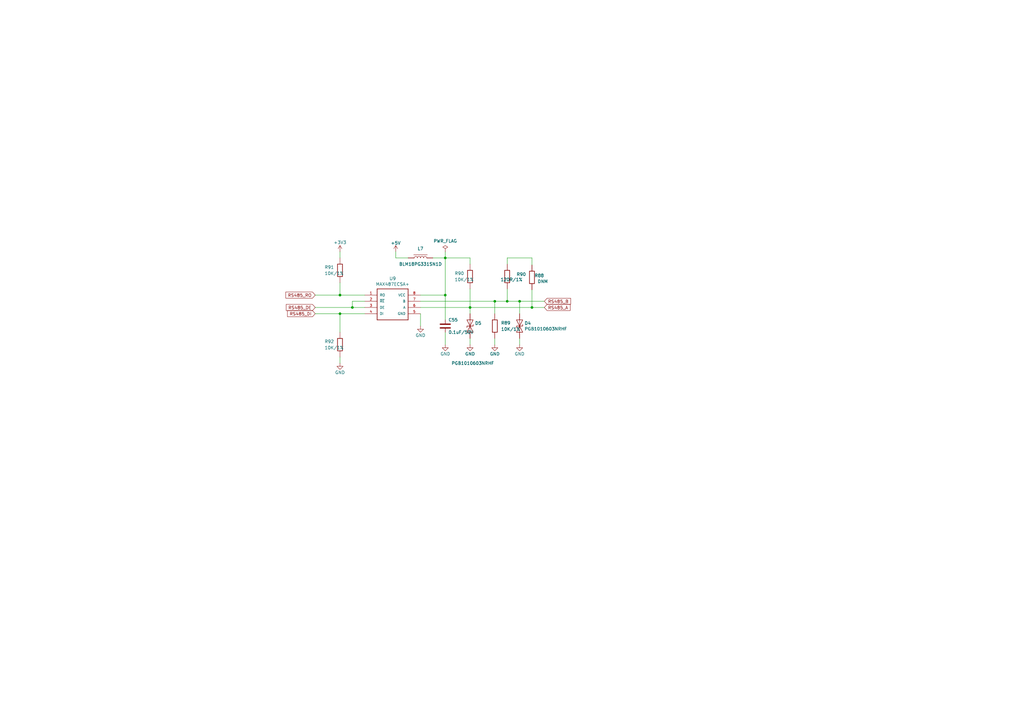
<source format=kicad_sch>
(kicad_sch (version 20230121) (generator eeschema)
  (paper "A3")
  (title_block (title "ПИР СЦХ-254 \"Карно\"\n(Karnix ASB-254)") (date "2023-10-20") (rev "V1.0") (company "ООО \"Фабмикро\"") (comment 1 "ФМТД.466961.029 Э3") (comment 2 "Залата Р.Н."))
  (lib_symbols
    (symbol "Fabmicro:+3V3" (power) (pin_names (offset 0))
      (property "Value" "+3V3" (at 0 3.556 0))
      (symbol "+3V3_0_1"
        (polyline (pts (xy -0.762 1.27) (xy 0 2.54)))
        (polyline (pts (xy 0 0) (xy 0 2.54)))
        (polyline (pts (xy 0 2.54) (xy 0.762 1.27)))
      )
      (symbol "+3V3_1_1"
        (pin power_in line (at 0 0 90) (length 0) hide (name "+3V3") (number "1"))
      )
    )
    (symbol "Fabmicro:CapacitorUnpolarized" (pin_numbers hide) (pin_names (offset 0.254))
      (property "Reference" "C" (at -2.54 0.635 90))
      (property "Value" "CapacitorUnpolarized" (at 2.54 0.635 90))
      (symbol "CapacitorUnpolarized_0_1"
        (polyline (pts (xy -0.762 -2.032) (xy -0.762 2.032)) (stroke (width 0.508)))
        (polyline (pts (xy 0.762 -2.032) (xy 0.762 2.032)) (stroke (width 0.508)))
      )
      (symbol "CapacitorUnpolarized_1_1"
        (pin passive line (at -2.54 0 0) (length 1.524) (name "~") (number "1"))
        (pin passive line (at 2.54 0 180) (length 1.524) (name "~") (number "2"))
      )
    )
    (symbol "Fabmicro:Ferrite_Beads" (pin_numbers hide) (pin_names (offset 1.016) hide)
      (property "Reference" "L" (at 0 -1.27 0))
      (property "Value" "Ferrite_Beads" (at 0 2.794 0))
      (symbol "Ferrite_Beads_0_1"
        (arc (start -1.27 0) (mid -1.905 0.6323) (end -2.54 0))
        (arc (start 0 0) (mid -0.635 0.6323) (end -1.27 0))
        (polyline (pts (xy 2.794 1.27) (xy -2.794 1.27)))
        (arc (start 1.27 0) (mid 0.635 0.6323) (end 0 0))
        (arc (start 2.54 0) (mid 1.905 0.6323) (end 1.27 0))
      )
      (symbol "Ferrite_Beads_1_1"
        (pin passive line (at -5.08 0 0) (length 2.54) (name "1") (number "1"))
        (pin passive line (at 5.08 0 180) (length 2.54) (name "2") (number "2"))
      )
    )
    (symbol "Fabmicro:MAX487" (pin_names (offset 1.016))
      (property "Reference" "IC" (at 0 2.54 0))
      (property "Value" "MAX487" (at 5.08 2.54 0))
      (symbol "MAX487_1_0"
        (polyline (pts (xy 0 -12.7) (xy 0 0)) (stroke (width 0.254)))
        (polyline (pts (xy 0 0) (xy 12.7 0)) (stroke (width 0.254)))
        (polyline (pts (xy 12.7 -12.7) (xy 0 -12.7)) (stroke (width 0.254)))
        (polyline (pts (xy 12.7 0) (xy 12.7 -12.7)) (stroke (width 0.254)))
      )
      (symbol "MAX487_1_1"
        (pin output line (at -5.08 -2.54 0) (length 5.08) (name "RO") (number "1"))
        (pin input line (at -5.08 -5.08 0) (length 5.08) (name "~{RE}") (number "2"))
        (pin input line (at -5.08 -7.62 0) (length 5.08) (name "DE") (number "3"))
        (pin input line (at -5.08 -10.16 0) (length 5.08) (name "DI") (number "4"))
        (pin power_in line (at 17.78 -10.16 180) (length 5.08) (name "GND") (number "5"))
        (pin output line (at 17.78 -7.62 180) (length 5.08) (name "A") (number "6"))
        (pin output line (at 17.78 -5.08 180) (length 5.08) (name "B") (number "7"))
        (pin power_in line (at 17.78 -2.54 180) (length 5.08) (name "VCC") (number "8"))
      )
    )
    (symbol "Fabmicro:ProtectiveDiodeDA" (pin_numbers hide) (pin_names (offset 1.016) hide)
      (property "Reference" "D" (at 5.08 2.54 0))
      (property "Value" "ProtectiveDiodeDA" (at 6.35 -2.54 0))
      (symbol "ProtectiveDiodeDA_1_1"
        (polyline (pts (xy 2.54 0) (xy 5.08 0)))
        (polyline (pts (xy 7.62 0) (xy 5.08 0)))
        (polyline (pts (xy 2.54 -1.27) (xy 2.54 1.27) (xy 5.08 0) (xy 2.54 -1.27)) (stroke (width 0.2032)))
        (polyline (pts (xy 4.445 1.27) (xy 5.08 1.27) (xy 5.08 -1.27) (xy 5.715 -1.27)) (stroke (width 0.2032)))
        (polyline (pts (xy 7.62 1.27) (xy 7.62 -1.27) (xy 5.08 0) (xy 7.62 1.27)) (stroke (width 0.2032)))
        (pin passive line (at 0 0 0) (length 2.54) (name "K") (number "1"))
        (pin passive line (at 10.16 0 180) (length 2.54) (name "A") (number "2"))
      )
    )
    (symbol "Fabmicro:Resistor" (pin_numbers hide) (pin_names (offset 0))
      (property "Reference" "R" (at 0 2.032 0))
      (property "Value" "Resistor" (at 0 0 0))
      (symbol "Resistor_0_1"
        (rectangle (start 2.54 -1.016) (end -2.54 1.016) (stroke (width 0.254)))
      )
      (symbol "Resistor_1_1"
        (pin passive line (at -5.08 0 0) (length 2.54) (name "~") (number "1"))
        (pin passive line (at 5.08 0 180) (length 2.54) (name "~") (number "2"))
      )
    )
    (symbol "power:+5V" (power) (pin_names (offset 0))
      (property "Value" "+5V" (at 0 3.556 0))
      (symbol "+5V_0_1"
        (polyline (pts (xy -0.762 1.27) (xy 0 2.54)))
        (polyline (pts (xy 0 0) (xy 0 2.54)))
        (polyline (pts (xy 0 2.54) (xy 0.762 1.27)))
      )
      (symbol "+5V_1_1"
        (pin power_in line (at 0 0 90) (length 0) hide (name "+5V") (number "1"))
      )
    )
    (symbol "power:GND" (power) (pin_names (offset 0))
      (property "Value" "GND" (at 0 -3.81 0))
      (symbol "GND_0_1"
        (polyline (pts (xy 0 0) (xy 0 -1.27) (xy 1.27 -1.27) (xy 0 -2.54) (xy -1.27 -1.27) (xy 0 -1.27)))
      )
      (symbol "GND_1_1"
        (pin power_in line (at 0 0 270) (length 0) hide (name "GND") (number "1"))
      )
    )
    (symbol "power:PWR_FLAG" (power) (pin_numbers hide) (pin_names (offset 0) hide)
      (property "Value" "PWR_FLAG" (at 0 3.81 0))
      (symbol "PWR_FLAG_0_0"
        (pin power_out line (at 0 0 90) (length 0) (name "pwr") (number "1"))
      )
      (symbol "PWR_FLAG_0_1"
        (polyline (pts (xy 0 0) (xy 0 1.27) (xy -1.016 1.905) (xy 0 2.54) (xy 1.016 1.905) (xy 0 1.27)))
      )
    )
  )
  (junction (at 139.446 121.031))
  (junction (at 144.526 126.111))
  (junction (at 139.446 128.651))
  (junction (at 182.626 105.791))
  (junction (at 218.186 126.111))
  (junction (at 213.106 123.571))
  (junction (at 192.786 126.111))
  (junction (at 202.946 123.571))
  (junction (at 208.026 123.571))
  (junction (at 182.626 121.031))
  (wire (pts (xy 172.466 126.111) (xy 192.786 126.111)))
  (wire (pts (xy 139.446 128.651) (xy 149.606 128.651)))
  (wire (pts (xy 218.186 126.111) (xy 223.266 126.111)))
  (wire (pts (xy 202.946 141.351) (xy 202.946 138.811)))
  (wire (pts (xy 182.626 105.791) (xy 182.626 121.031)))
  (wire (pts (xy 208.026 123.571) (xy 213.106 123.571)))
  (wire (pts (xy 208.026 108.331) (xy 208.026 105.791)))
  (wire (pts (xy 129.286 128.651) (xy 139.446 128.651)))
  (wire (pts (xy 213.106 128.651) (xy 213.106 123.571)))
  (wire (pts (xy 149.606 123.571) (xy 144.526 123.571)))
  (wire (pts (xy 139.446 105.791) (xy 139.446 103.251)))
  (wire (pts (xy 213.106 141.351) (xy 213.106 138.811)))
  (wire (pts (xy 129.286 126.111) (xy 144.526 126.111)))
  (wire (pts (xy 144.526 123.571) (xy 144.526 126.111)))
  (wire (pts (xy 202.946 123.571) (xy 208.026 123.571)))
  (wire (pts (xy 182.626 136.271) (xy 182.626 141.351)))
  (wire (pts (xy 213.106 123.571) (xy 223.266 123.571)))
  (wire (pts (xy 218.186 118.8487) (xy 218.186 126.111)))
  (wire (pts (xy 192.786 105.791) (xy 192.786 108.331)))
  (wire (pts (xy 129.286 121.031) (xy 139.446 121.031)))
  (wire (pts (xy 182.626 131.191) (xy 182.626 121.031)))
  (wire (pts (xy 182.626 105.791) (xy 182.626 103.251)))
  (wire (pts (xy 172.466 121.031) (xy 182.626 121.031)))
  (wire (pts (xy 202.946 128.651) (xy 202.946 123.571)))
  (wire (pts (xy 139.446 148.971) (xy 139.446 146.431)))
  (wire (pts (xy 162.306 105.791) (xy 162.306 103.251)))
  (wire (pts (xy 172.466 123.571) (xy 202.946 123.571)))
  (wire (pts (xy 192.786 126.111) (xy 218.186 126.111)))
  (wire (pts (xy 192.786 141.351) (xy 192.786 138.811)))
  (wire (pts (xy 208.026 105.791) (xy 218.186 105.791)))
  (wire (pts (xy 208.026 118.491) (xy 208.026 123.571)))
  (wire (pts (xy 192.786 118.491) (xy 192.786 126.111)))
  (wire (pts (xy 139.446 121.031) (xy 149.606 121.031)))
  (wire (pts (xy 167.386 105.791) (xy 162.306 105.791)))
  (wire (pts (xy 192.786 128.651) (xy 192.786 126.111)))
  (wire (pts (xy 182.626 105.791) (xy 192.786 105.791)))
  (wire (pts (xy 177.546 105.791) (xy 182.626 105.791)))
  (wire (pts (xy 218.186 105.791) (xy 218.186 108.6887)))
  (wire (pts (xy 139.446 115.951) (xy 139.446 121.031)))
  (wire (pts (xy 139.446 136.271) (xy 139.446 128.651)))
  (wire (pts (xy 144.526 126.111) (xy 149.606 126.111)))
  (wire (pts (xy 172.466 133.731) (xy 172.466 128.651)))
  (global_label "RS485_RO" (shape input) (at 129.286 121.031 180) (property "Intersheetrefs" "${INTERSHEET_REFS}" (effects hide)))
  (global_label "RS485_DE" (shape input) (at 129.286 126.111 180) (property "Intersheetrefs" "${INTERSHEET_REFS}" (effects hide)))
  (global_label "RS485_DI" (shape input) (at 129.286 128.651 180) (property "Intersheetrefs" "${INTERSHEET_REFS}" (effects hide)))
  (global_label "RS485_B" (shape input) (at 223.266 123.571 0) (property "Intersheetrefs" "${INTERSHEET_REFS}" (effects hide)))
  (global_label "RS485_A" (shape input) (at 223.266 126.111 0) (property "Intersheetrefs" "${INTERSHEET_REFS}" (effects hide)))
  (symbol (lib_id "Fabmicro:Resistor") (at 139.446 141.351 270) (unit 1)
    (property "Reference" "R92" (at 133.096 140.081 90) (effects (justify left)))
    (property "Value" "10K/1%" (at 133.096 142.621 90) (effects (justify left)))
    (property "Footprint" "Resistor_SMD:R_0402_1005Metric" (effects hide))
    (property "Mfr. Part Number" "RC0402FR-0710KL" (effects hide))
    (property "Supplier" "Fabmicro" (effects hide))
    (instances (project "Karnix_ASB" (path "" (reference "R92") (unit 1)) (path "" (reference "R?") (unit 1)) (path "" (reference "R109") (unit 1))))
  )
  (symbol (lib_id "Fabmicro:ProtectiveDiodeDA") (at 192.786 138.811 90) (unit 1)
    (property "Reference" "D5" (at 194.7926 132.5626 90) (effects (justify right)))
    (property "Value" "PGB1010603NRHF" (at 185.166 148.971 90) (effects (justify right)))
    (property "Footprint" "Fuse:Fuse_0603_1608Metric" (effects hide))
    (property "Mfr. Part Number" "PGB1010603NRHF" (effects hide))
    (property "Supplier" "Fabmicro" (effects hide))
    (instances (project "Karnix_ASB" (path "" (reference "D5") (unit 1)) (path "" (reference "D?") (unit 1)) (path "" (reference "D10") (unit 1))))
  )
  (symbol (lib_id "power:GND") (at 213.106 141.351 0) (unit 1)
    (property "Reference" "#PWR0123" (effects hide))
    (property "Value" "GND" (at 213.106 145.161 0))
    (instances (project "Karnix_ASB" (path "" (reference "#PWR0123") (unit 1)) (path "" (reference "#PWR0142") (unit 1))))
  )
  (symbol (lib_id "Fabmicro:Resistor") (at 208.026 113.411 90) (mirror x) (unit 1)
    (property "Reference" "R88" (at 223.139 113.03 90) (effects (justify left)))
    (property "Value" "120R/1%" (at 214.376 114.681 90) (effects (justify left)))
    (property "Footprint" "Resistor_SMD:R_0805_2012Metric" (effects hide))
    (property "Mfr. Part Number" "RC0805FR-07120RL" (effects hide))
    (property "Supplier" "Fabmicro" (effects hide))
    (instances (project "Karnix_ASB" (path "" (reference "R88") (unit 1)) (path "" (reference "R?") (unit 1)) (path "" (reference "R106") (unit 1))))
  )
  (symbol (lib_id "Fabmicro:Ferrite_Beads") (at 172.466 105.791 0) (mirror y) (unit 1)
    (property "Reference" "L7" (at 172.466 101.981 0))
    (property "Value" "BLM18PG331SN1D" (at 172.466 108.331 0))
    (property "Footprint" "Inductor_SMD:L_0603_1608Metric" (effects hide))
    (property "Mfr. Part Number" "BLM18PG331SN1D" (effects hide))
    (property "Supplier" "Fabmicro" (effects hide))
    (instances (project "Karnix_ASB" (path "" (reference "L7") (unit 1)) (path "" (reference "L?") (unit 1)) (path "" (reference "L4") (unit 1))))
  )
  (symbol (lib_id "Fabmicro:ProtectiveDiodeDA") (at 213.106 138.811 90) (unit 1)
    (property "Reference" "D4" (at 215.1126 132.5626 90) (effects (justify right)))
    (property "Value" "PGB1010603NRHF" (at 215.1126 134.874 90) (effects (justify right)))
    (property "Footprint" "Fuse:Fuse_0603_1608Metric" (effects hide))
    (property "Mfr. Part Number" "PGB1010603NRHF" (effects hide))
    (property "Supplier" "Fabmicro" (effects hide))
    (instances (project "Karnix_ASB" (path "" (reference "D4") (unit 1)) (path "" (reference "D?") (unit 1)) (path "" (reference "D11") (unit 1))))
  )
  (symbol (lib_id "power:GND") (at 172.466 133.731 0) (unit 1)
    (property "Reference" "#PWR0127" (effects hide))
    (property "Value" "GND" (at 172.466 137.541 0))
    (instances (project "Karnix_ASB" (path "" (reference "#PWR0127") (unit 1)) (path "" (reference "#PWR0138") (unit 1))))
  )
  (symbol (lib_id "power:GND") (at 139.446 148.971 0) (unit 1)
    (property "Reference" "#PWR0130" (effects hide))
    (property "Value" "GND" (at 139.446 152.781 0))
    (instances (project "Karnix_ASB" (path "" (reference "#PWR0130") (unit 1)) (path "" (reference "#PWR0143") (unit 1))))
  )
  (symbol (lib_id "power:GND") (at 192.786 141.351 0) (unit 1)
    (property "Reference" "#PWR0125" (effects hide))
    (property "Value" "GND" (at 192.786 145.161 0))
    (instances (project "Karnix_ASB" (path "" (reference "#PWR0125") (unit 1)) (path "" (reference "#PWR0140") (unit 1))))
  )
  (symbol (lib_id "power:+5V") (at 162.306 103.251 0) (unit 1)
    (property "Reference" "#PWR020" (effects hide))
    (property "Value" "+5V" (at 162.306 99.6839 0))
    (instances (project "Karnix_ASB" (path "" (reference "#PWR020") (unit 1)) (path "" (reference "#PWR0220") (unit 1))))
  )
  (symbol (lib_id "Fabmicro:Resistor") (at 192.786 113.411 270) (unit 1)
    (property "Reference" "R90" (at 186.436 112.141 90) (effects (justify left)))
    (property "Value" "10K/1%" (at 186.436 114.681 90) (effects (justify left)))
    (property "Footprint" "Resistor_SMD:R_0402_1005Metric" (effects hide))
    (property "Mfr. Part Number" "RC0402FR-0710KL" (effects hide))
    (property "Supplier" "Fabmicro" (effects hide))
    (instances (project "Karnix_ASB" (path "" (reference "R90") (unit 1)) (path "" (reference "R?") (unit 1)) (path "" (reference "R105") (unit 1))))
  )
  (symbol (lib_id "Fabmicro:MAX487") (at 154.686 118.491 0) (unit 1)
    (property "Reference" "U9" (at 161.036 114.2492 0))
    (property "Value" "MAX487ECSA+" (at 161.036 116.5606 0))
    (property "Footprint" "Fabmicro:SOIC-8_3.9x4.9mm_P1.27mm" (effects hide))
    (property "Field4" "NXP Semiconductors" (effects hide))
    (property "Поле7" "MAX487" (effects hide))
    (property "Поле8" "8 Pins SO8, TSSOP8 Packages" (effects hide))
    (property "Mfr. Part Number" "MAX487ESA" (effects hide))
    (property "Supplier" "Fabmicro" (effects hide))
    (property "Manufacturer" "Maxime" (effects hide))
    (instances (project "Karnix_ASB" (path "" (reference "U9") (unit 1)) (path "" (reference "U?") (unit 1)) (path "" (reference "U9") (unit 1))))
  )
  (symbol (lib_id "power:GND") (at 202.946 141.351 0) (unit 1)
    (property "Reference" "#PWR0124" (effects hide))
    (property "Value" "GND" (at 202.946 145.161 0))
    (instances (project "Karnix_ASB" (path "" (reference "#PWR0124") (unit 1)) (path "" (reference "#PWR0141") (unit 1))))
  )
  (symbol (lib_id "power:GND") (at 182.626 141.351 0) (unit 1)
    (property "Reference" "#PWR0126" (effects hide))
    (property "Value" "GND" (at 182.626 145.161 0))
    (instances (project "Karnix_ASB" (path "" (reference "#PWR0126") (unit 1)) (path "" (reference "#PWR0139") (unit 1))))
  )
  (symbol (lib_id "Fabmicro:Resistor") (at 139.446 110.871 270) (unit 1)
    (property "Reference" "R91" (at 133.096 109.601 90) (effects (justify left)))
    (property "Value" "10K/1%" (at 133.096 112.141 90) (effects (justify left)))
    (property "Footprint" "Resistor_SMD:R_0402_1005Metric" (effects hide))
    (property "Mfr. Part Number" "RC0402FR-0710KL" (effects hide))
    (property "Supplier" "Fabmicro" (effects hide))
    (instances (project "Karnix_ASB" (path "" (reference "R91") (unit 1)) (path "" (reference "R?") (unit 1)) (path "" (reference "R104") (unit 1))))
  )
  (symbol (lib_id "Fabmicro:Resistor") (at 218.186 113.7687 270) (unit 1)
    (property "Reference" "R90" (at 211.836 112.4987 90) (effects (justify left)))
    (property "Value" "DNM" (at 220.472 115.443 90) (effects (justify left)))
    (property "Footprint" "Resistor_SMD:R_0402_1005Metric" (effects hide))
    (property "Mfr. Part Number" "DNM" (effects hide))
    (property "Supplier" "Fabmicro" (effects hide))
    (instances (project "Karnix_ASB" (path "" (reference "R90") (unit 1)) (path "" (reference "R?") (unit 1)) (path "" (reference "R107") (unit 1))))
  )
  (symbol (lib_id "Fabmicro:Resistor") (at 202.946 133.731 270) (unit 1)
    (property "Reference" "R89" (at 205.486 132.461 90) (effects (justify left)))
    (property "Value" "10K/1%" (at 205.486 135.001 90) (effects (justify left)))
    (property "Footprint" "Resistor_SMD:R_0402_1005Metric" (effects hide))
    (property "Mfr. Part Number" "RC0402FR-0710KL" (effects hide))
    (property "Supplier" "Fabmicro" (effects hide))
    (instances (project "Karnix_ASB" (path "" (reference "R89") (unit 1)) (path "" (reference "R?") (unit 1)) (path "" (reference "R108") (unit 1))))
  )
  (symbol (lib_id "Fabmicro:CapacitorUnpolarized") (at 182.626 133.731 270) (unit 1)
    (property "Reference" "C55" (at 183.896 131.191 90) (effects (justify left)))
    (property "Value" "0.1uF/50V" (at 183.896 136.271 90) (effects (justify left)))
    (property "Footprint" "Capacitor_SMD:C_0402_1005Metric" (effects hide))
    (property "Mfr. Part Number" "CC0402KRX7R9BB104" (effects hide))
    (property "Supplier" "Fabmicro" (effects hide))
    (instances (project "Karnix_ASB" (path "" (reference "C55") (unit 1)) (path "" (reference "C?") (unit 1)) (path "" (reference "C55") (unit 1))))
  )
  (symbol (lib_id "power:PWR_FLAG") (at 182.626 103.251 0) (unit 1)
    (property "Reference" "#FLG06" (effects hide))
    (property "Value" "PWR_FLAG" (at 182.626 98.8568 0))
    (instances (project "Karnix_ASB" (path "" (reference "#FLG06") (unit 1)) (path "" (reference "#FLG07") (unit 1))))
  )
  (symbol (lib_id "Fabmicro:+3V3") (at 139.446 103.251 0) (unit 1)
    (property "Reference" "#PWR0129" (effects hide))
    (property "Value" "+3V3" (at 139.446 99.441 0))
    (instances (project "Karnix_ASB" (path "" (reference "#PWR0129") (unit 1)) (path "" (reference "#PWR?") (unit 1)) (path "" (reference "#PWR0136") (unit 1))))
  )
)
</source>
